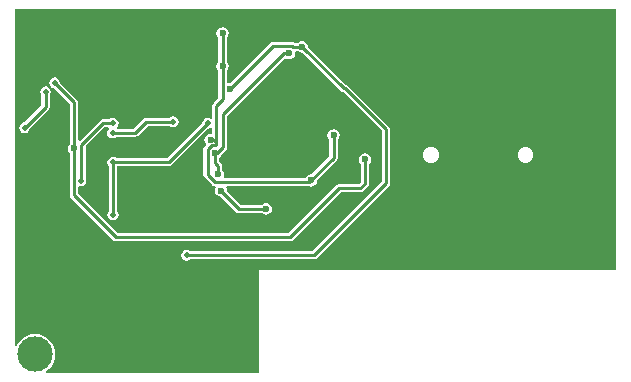
<source format=gbl>
%FSTAX23Y23*%
%MOIN*%
%SFA1B1*%

%IPPOS*%
%ADD10C,0.010000*%
%ADD74C,0.023620*%
%ADD76C,0.003940*%
%ADD77C,0.020000*%
%ADD78C,0.118110*%
%LNheadband-pcb-1*%
%LPD*%
G36*
X02016Y00355D02*
X00825D01*
Y00013*
X00117*
X00115Y00018*
X00117Y00018*
X00127Y00027*
X00136Y00037*
X00142Y00049*
X00146Y00061*
X00147Y00075*
X00146Y00088*
X00142Y001*
X00136Y00112*
X00127Y00122*
X00117Y00131*
X00105Y00137*
X00093Y00141*
X0008Y00142*
X00066Y00141*
X00054Y00137*
X00042Y00131*
X00032Y00122*
X00023Y00112*
X00018Y00101*
X00014Y00102*
X00013Y00102*
Y01226*
X02016*
Y00355*
G37*
%LNheadband-pcb-2*%
%LPC*%
G36*
X00145Y00998D02*
X00137Y00996D01*
X00132Y00992*
X00128Y00987*
X00126Y0098*
X00128Y00972*
X00132Y00967*
X00137Y00963*
X00144Y00961*
X00196Y00909*
Y00776*
X00195Y00775*
X00191Y00768*
X00189Y00761*
X00191Y00753*
X00195Y00746*
X00196Y00746*
Y00605*
X00197Y00599*
X002Y00595*
X0034Y00455*
X00344Y00452*
X0035Y00451*
X0093*
X00935Y00452*
X00939Y00455*
X011Y00616*
X01164*
X01169Y00617*
X01174Y0062*
X01189Y00635*
X01192Y00639*
X01193Y00644*
Y0071*
X01194Y0071*
X01198Y00717*
X012Y00725*
X01198Y00732*
X01194Y00739*
X01187Y00743*
X0118Y00745*
X01172Y00743*
X01165Y00739*
X01161Y00732*
X01159Y00725*
X01161Y00717*
X01165Y0071*
X01166Y0071*
Y0065*
X01159Y00643*
X01094*
X01089Y00642*
X01085Y00639*
X00924Y00478*
X00355*
X00223Y0061*
Y00633*
X00228Y00636*
X00233Y00635*
X0024Y00636*
X00246Y0064*
X0025Y00646*
X00251Y00653*
X0025Y0066*
X00248Y00664*
Y00769*
X0031Y00831*
X00324*
X00325Y00826*
X00325Y00826*
X00321Y0082*
X0032Y00813*
X00321Y00806*
X00325Y008*
X00331Y00796*
X00338Y00795*
X00345Y00796*
X00351Y008*
X00413*
X00418Y00801*
X00422Y00804*
X00455Y00836*
X00527*
X00532Y00833*
X0054Y00831*
X00547Y00833*
X00552Y00837*
X00556Y00842*
X00558Y0085*
X00556Y00857*
X00552Y00862*
X00547Y00866*
X0054Y00868*
X00532Y00866*
X00527Y00863*
X0045*
X00444Y00862*
X0044Y00859*
X00407Y00826*
X00354*
X00352Y00831*
X00352Y00832*
X00356Y00837*
X00358Y00845*
X00356Y00852*
X00352Y00857*
X00347Y00861*
X0034Y00863*
X00332Y00861*
X00327Y00858*
X00305*
X00299Y00857*
X00295Y00854*
X00228Y00787*
X00223Y00789*
Y00915*
X00222Y0092*
X00219Y00924*
X00163Y0098*
X00161Y00987*
X00157Y00992*
X00152Y00996*
X00145Y00998*
G37*
G36*
X00115Y00968D02*
X00107Y00966D01*
X00102Y00962*
X00098Y00957*
X00096Y0095*
X00098Y00942*
X00101Y00937*
Y00905*
X00044Y00848*
X00037Y00846*
X00032Y00842*
X00028Y00837*
X00026Y0083*
X00028Y00822*
X00032Y00817*
X00037Y00813*
X00045Y00811*
X00052Y00813*
X00057Y00817*
X00061Y00822*
X00063Y00829*
X00124Y0089*
X00127Y00894*
X00128Y009*
Y00937*
X00131Y00942*
X00133Y0095*
X00131Y00957*
X00127Y00962*
X00122Y00966*
X00115Y00968*
G37*
G36*
X01715Y00765D02*
X01708Y00765D01*
X01702Y00762*
X01696Y00758*
X01692Y00752*
X01689Y00746*
X01689Y0074*
X01689Y00733*
X01692Y00727*
X01696Y00721*
X01702Y00717*
X01708Y00714*
X01715Y00714*
X01721Y00714*
X01727Y00717*
X01733Y00721*
X01737Y00727*
X0174Y00733*
X0174Y0074*
X0174Y00746*
X01737Y00752*
X01733Y00758*
X01727Y00762*
X01721Y00765*
X01715Y00765*
G37*
G36*
X014D02*
X01393Y00765D01*
X01387Y00762*
X01381Y00758*
X01377Y00752*
X01374Y00746*
X01374Y0074*
X01374Y00733*
X01377Y00727*
X01381Y00721*
X01387Y00717*
X01393Y00714*
X014Y00714*
X01406Y00714*
X01413Y00717*
X01418Y00721*
X01422Y00727*
X01425Y00733*
X01425Y0074*
X01425Y00746*
X01422Y00752*
X01418Y00758*
X01413Y00762*
X01406Y00765*
X014Y00765*
G37*
G36*
X00705Y01165D02*
X00697Y01163D01*
X0069Y01159*
X00686Y01152*
X00684Y01145*
X00686Y01137*
X0069Y0113*
X00691Y0113*
Y01049*
X0069Y01049*
X00686Y01042*
X00684Y01035*
X00686Y01027*
X0069Y0102*
X00691Y0102*
Y0093*
X00675Y00914*
X00672Y00909*
X00671Y00904*
Y0086*
X00666Y00858*
X00662Y00861*
X00655Y00863*
X00647Y00861*
X00642Y00857*
X00638Y00852*
X00636Y00845*
X00519Y00728*
X00352*
X00347Y00731*
X0034Y00733*
X00332Y00731*
X00327Y00727*
X00323Y00722*
X00321Y00715*
X00323Y00707*
X00326Y00702*
Y00552*
X00323Y00547*
X00321Y0054*
X00323Y00532*
X00327Y00527*
X00332Y00523*
X0034Y00521*
X00347Y00523*
X00352Y00527*
X00356Y00532*
X00358Y0054*
X00356Y00547*
X00353Y00552*
Y00701*
X00525*
X0053Y00702*
X00534Y00705*
X00655Y00826*
X00662Y00828*
X00666Y00831*
X00671Y00829*
Y00812*
X00667Y00809*
X00665Y0081*
X00657Y00808*
X0065Y00804*
X00646Y00797*
X00644Y0079*
X00646Y00782*
X0065Y00775*
X0065Y00774*
X00645Y00769*
X00642Y00765*
X00641Y0076*
Y00674*
X00642Y00669*
X00645Y00665*
X0067Y0064*
X00674Y00637*
X00679Y00636*
X00681*
X00684Y00631*
X00681Y00627*
X00679Y0062*
X00681Y00612*
X00685Y00605*
X00692Y00601*
X007Y00599*
X00701Y006*
X0075Y0055*
X00754Y00547*
X0076Y00546*
X00835*
X00835Y00545*
X00842Y00541*
X0085Y00539*
X00857Y00541*
X00864Y00545*
X00868Y00552*
X0087Y0056*
X00868Y00567*
X00864Y00574*
X00857Y00578*
X0085Y0058*
X00842Y00578*
X00835Y00574*
X00835Y00573*
X00765*
X00719Y00618*
X0072Y0062*
X00718Y00627*
X00715Y00631*
X00718Y00636*
X00991*
X00992Y00636*
X01Y00634*
X01007Y00636*
X01014Y0064*
X01018Y00647*
X0102Y00655*
X01019Y00656*
X01084Y0072*
X01087Y00724*
X01088Y0073*
Y0079*
X01089Y0079*
X01093Y00797*
X01095Y00805*
X01093Y00812*
X01089Y00819*
X01082Y00823*
X01075Y00825*
X01067Y00823*
X0106Y00819*
X01056Y00812*
X01054Y00805*
X01056Y00797*
X0106Y0079*
X01061Y0079*
Y00735*
X01001Y00674*
X01Y00675*
X00992Y00673*
X00985Y00669*
X00981Y00663*
X00711*
X00708Y00668*
X0071Y00675*
X00708Y00682*
X00704Y00689*
X00703Y00689*
Y00703*
X00702Y00708*
X00699Y00712*
X00693Y00718*
Y0073*
X00694Y0073*
X00698Y00737*
X00699Y0074*
X00715Y00756*
X00718Y0076*
X00719Y00765*
Y00798*
X00718Y00802*
Y00869*
X00912Y01063*
X00918Y01059*
X00926Y01058*
X00934Y01059*
X0094Y01064*
X00945Y0107*
X00946Y01078*
X00946Y01082*
X00949Y01086*
X00955*
X00955Y01085*
X00962Y01081*
X0097Y01079*
X00971Y0108*
X01099Y00952*
X01103Y00949*
X01108Y00948*
X01236Y00819*
Y0065*
X01004Y00418*
X00597*
X00592Y00421*
X00585Y00423*
X00577Y00421*
X00572Y00417*
X00568Y00412*
X00566Y00405*
X00568Y00397*
X00572Y00392*
X00577Y00388*
X00585Y00386*
X00592Y00388*
X00597Y00391*
X0101*
X01015Y00392*
X01019Y00395*
X01259Y00635*
X01262Y00639*
X01263Y00645*
Y00825*
X01262Y0083*
X01259Y00834*
X01123Y0097*
X01119Y00973*
X01114Y00974*
X00989Y01098*
X0099Y011*
X00988Y01107*
X00984Y01114*
X00977Y01118*
X0097Y0112*
X00962Y01118*
X00955Y01114*
X00954Y01112*
X00946*
X00946Y01112*
X00941Y01115*
X00936Y01116*
X00873*
X00868Y01115*
X00863Y01112*
X00731Y00979*
X0073Y0098*
X00723Y00978*
X00718Y00981*
Y0102*
X00719Y0102*
X00723Y01027*
X00725Y01035*
X00723Y01042*
X00719Y01049*
X00718Y01049*
Y0113*
X00719Y0113*
X00723Y01137*
X00725Y01145*
X00723Y01152*
X00719Y01159*
X00712Y01163*
X00705Y01165*
G37*
%LNheadband-pcb-3*%
%LPD*%
G54D10*
X0131Y00372D02*
X01416D01*
X01114Y00961D02*
X0125Y00825D01*
X01108Y00961D02*
X01114D01*
X0097Y011D02*
X01108Y00961D01*
X0125Y00645D02*
Y00825D01*
X0039Y0035D02*
X00485D01*
X0093Y00465D02*
X01094Y00629D01*
X01164*
X0118Y00644*
Y00725*
X00041Y00696D02*
Y008D01*
X0004Y00695D02*
X00041Y00696D01*
X0068Y00713D02*
Y00745D01*
X00685*
X00705Y00765*
X0069Y00675D02*
Y00703D01*
X0068Y00713D02*
X0069Y00703D01*
X0034Y0054D02*
Y00715D01*
X0101Y00405D02*
X0125Y00645D01*
X00585Y00405D02*
X0101D01*
X00873Y01103D02*
X00936D01*
X0073Y0096D02*
X00873Y01103D01*
X0094Y01099D02*
X00969D01*
X00936Y01103D02*
X0094Y01099D01*
X00684Y00904D02*
X00705Y00925D01*
X00684Y0078D02*
Y00904D01*
X00655Y00674D02*
Y0076D01*
Y00674D02*
X00679Y0065D01*
X00995*
X01Y00655*
X00669Y00774D02*
X00684D01*
X00655Y0076D02*
X00669Y00774D01*
X00233Y00773D02*
X00305Y00845D01*
X00233Y00773D02*
X00234Y00771D01*
X00305Y00845D02*
X0034D01*
X00233Y00653D02*
X00234Y00654D01*
X0021Y00605D02*
Y00761D01*
Y00915*
Y00605D02*
X0035Y00465D01*
X00234Y00654D02*
Y00771D01*
X0004Y00695D02*
X00105Y0063D01*
X00115Y009D02*
Y0095D01*
X00045Y0083D02*
X00115Y009D01*
X0128Y0074D02*
Y00845D01*
X0194Y0037D02*
Y00415D01*
X01865Y0049D02*
X0194Y00415D01*
X01645Y00375D02*
X0175D01*
X01865Y0049*
X00215Y0035D02*
X003D01*
X00585D02*
X0064Y00295D01*
X0065*
X00765Y0018D02*
Y00295D01*
X0064Y00045D02*
X00765D01*
X00535Y00175D02*
X0064D01*
X0044Y0005D02*
X00535D01*
X00325Y00175D02*
X0044D01*
X00215Y0005D02*
X00325D01*
X00215Y0017D02*
Y00285D01*
X00105D02*
Y00395D01*
X00215D02*
Y0052D01*
X00105D02*
Y0063D01*
X00415Y00895D02*
Y0098D01*
X0051D02*
X0061D01*
X01145Y0076D02*
Y00855D01*
X0156Y0079D02*
X01635Y00865D01*
X0128Y00845D02*
X0135Y00915D01*
Y00815D02*
X01445D01*
Y0071D02*
X0154Y00615D01*
X0156*
X01635Y00865D02*
X01815D01*
X0182Y0086*
Y00535D02*
Y00735D01*
X01416Y00372D02*
X01527D01*
X0045Y0085D02*
X0054D01*
X00413Y00813D02*
X0045Y0085D01*
X00338Y00813D02*
X00413D01*
X0034Y00715D02*
X00525D01*
X00655Y00845*
X00705Y00799D02*
Y00875D01*
X0035Y00465D02*
X0093D01*
X00145Y0098D02*
X0021Y00915D01*
X00969Y01099D02*
X0097Y011D01*
X0061Y0088D02*
Y0098D01*
X00665Y0079D02*
X00675D01*
X00684Y0078*
X00908Y01078D02*
X00926D01*
X00705Y00875D02*
X00908Y01078D01*
X00625Y0058D02*
X0069Y00515D01*
X00845*
X00705Y00765D02*
Y00798D01*
X00684Y00775D02*
Y0078D01*
X00705Y00799D02*
X00705Y00798D01*
X00684Y00775D02*
X00684Y00774D01*
X00684Y00775D02*
X00684D01*
X00505Y00805D02*
X00535D01*
X0061Y0088*
X01075Y0073D02*
Y00805D01*
X01Y00655D02*
X01075Y0073D01*
X0076Y0056D02*
X0085D01*
X007Y0062D02*
X0076Y0056D01*
X00705Y01035D02*
Y01145D01*
Y00925D02*
Y01035D01*
G54D74*
X0131Y00372D03*
X0097Y011D03*
X01075Y00805D03*
X0118Y00725D03*
X0068Y00745D03*
X01155Y00655D03*
X0073Y0096D03*
X0069Y00675D03*
X0021Y00761D03*
X0061Y0098D03*
X00665Y0079D03*
X00926Y01078D03*
X01155Y00605D03*
X0079Y00761D03*
Y00797D03*
Y00833D03*
X00827Y0087D03*
Y00833D03*
Y00797D03*
Y00761D03*
Y00725D03*
X00865Y0087D03*
Y00833D03*
Y00797D03*
Y00761D03*
Y00725D03*
X00902Y0087D03*
Y00833D03*
Y00797D03*
Y00761D03*
Y00725D03*
X0094Y0087D03*
Y00833D03*
Y00797D03*
Y00761D03*
X0079Y00725D03*
X0094D03*
X0079Y0087D03*
X00845Y00515D03*
X004Y0064D03*
X00625Y0058D03*
X00505Y00805D03*
X00705Y01035D03*
X01Y00655D03*
X0085Y0056D03*
X007Y0062D03*
X01416Y00372D03*
X00705Y01145D03*
G54D76*
X01715Y0074D03*
X014D03*
G54D77*
X01145Y00855D03*
X00041Y008D03*
X00305Y00645D03*
X00233Y00653D03*
X00045Y0083D03*
X0128Y0074D03*
X00105Y0063D03*
X0194Y0037D03*
X01645Y00375D03*
X00215Y0035D03*
X003D03*
X0039D03*
X00485D03*
X00585D03*
X0065Y00295D03*
X00765D03*
Y0018D03*
Y00045D03*
X0064D03*
Y00175D03*
X00535D03*
Y0005D03*
X0044D03*
Y00175D03*
X00325D03*
Y0005D03*
X00215D03*
X00105Y0017D03*
X00215D03*
Y00285D03*
X00105D03*
Y00395D03*
X00215D03*
Y0052D03*
X00105D03*
X0051Y00895D03*
X00415Y0098D03*
Y00895D03*
X0051Y0098D03*
X01145Y0076D03*
X0135Y00915D03*
Y00815D03*
X01445D03*
Y0071D03*
X0156Y00615D03*
Y0079D03*
X0182Y0086D03*
Y00735D03*
Y00535D03*
X01527Y00372D03*
X00585Y00405D03*
X0054Y0085D03*
X00338Y00813D03*
X0034Y00715D03*
Y0054D03*
X00655Y00845D03*
X00115Y0095D03*
X0034Y00845D03*
X00145Y0098D03*
G54D78*
X0008Y00075D03*
M02*
</source>
